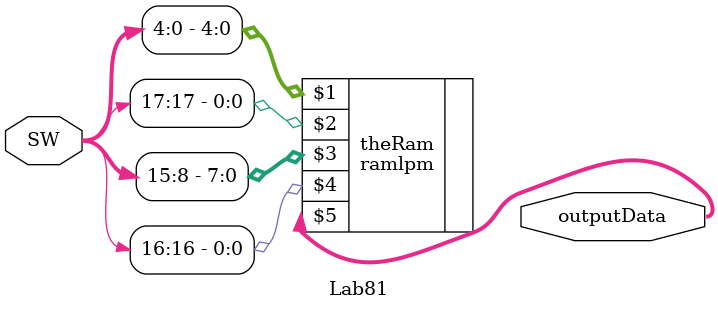
<source format=v>
module Lab81 (SW, outputData);
input[17:0]SW;

reg [4:0] address;
reg [0:0] clock; 
reg [7:0] data; 
reg [0:0] wren; 
output wire [7:0] outputData; 

ramlpm theRam(SW[4:0], SW[17],	SW[15:8], SW[16],	outputData);

always @(posedge SW[0]) begin


end

endmodule

</source>
